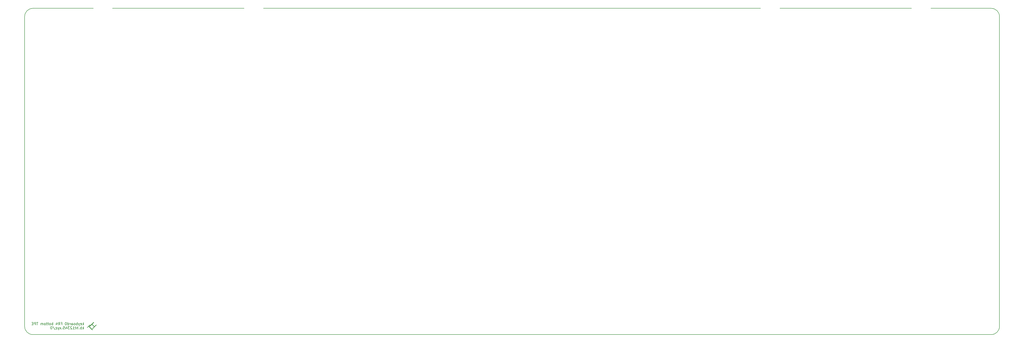
<source format=gbo>
%TF.GenerationSoftware,KiCad,Pcbnew,(6.0.0)*%
%TF.CreationDate,2022-03-05T22:59:03-05:00*%
%TF.ProjectId,custom_keyboard plate v3 bottom,63757374-6f6d-45f6-9b65-79626f617264,rev?*%
%TF.SameCoordinates,Original*%
%TF.FileFunction,Legend,Bot*%
%TF.FilePolarity,Positive*%
%FSLAX46Y46*%
G04 Gerber Fmt 4.6, Leading zero omitted, Abs format (unit mm)*
G04 Created by KiCad (PCBNEW (6.0.0)) date 2022-03-05 22:59:03*
%MOMM*%
%LPD*%
G01*
G04 APERTURE LIST*
%ADD10C,0.200000*%
%ADD11C,0.150000*%
%ADD12C,3.200000*%
%ADD13C,2.500000*%
%ADD14C,2.200000*%
G04 APERTURE END LIST*
D10*
X400818499Y-203980900D02*
X400818499Y-83338500D01*
X397643700Y-80163700D02*
X374124200Y-80163700D01*
D11*
X366624200Y-80163700D02*
X315374200Y-80163700D01*
D10*
X21429900Y-203980900D02*
G75*
G03*
X24604700Y-207155700I3174799J-1D01*
G01*
X397643700Y-207155699D02*
X24604700Y-207155700D01*
X21429900Y-83338500D02*
X21429900Y-203980900D01*
X397643700Y-207155699D02*
G75*
G03*
X400818500Y-203980899I1J3174799D01*
G01*
D11*
X307874200Y-80163700D02*
X114374200Y-80163700D01*
D10*
X48124200Y-80163700D02*
X24604701Y-80163700D01*
D11*
X106874200Y-80163700D02*
X55624200Y-80163700D01*
D10*
X24604700Y-80163700D02*
G75*
G03*
X21429900Y-83338500I-1J-3174799D01*
G01*
X400818499Y-83338500D02*
G75*
G03*
X397643699Y-80163700I-3174799J1D01*
G01*
D11*
X44379538Y-205020680D02*
X44379538Y-204020680D01*
X44284300Y-204639728D02*
X43998586Y-205020680D01*
X43998586Y-204354014D02*
X44379538Y-204734966D01*
X43570014Y-205020680D02*
X43570014Y-204020680D01*
X43570014Y-204401633D02*
X43474776Y-204354014D01*
X43284300Y-204354014D01*
X43189062Y-204401633D01*
X43141443Y-204449252D01*
X43093824Y-204544490D01*
X43093824Y-204830204D01*
X43141443Y-204925442D01*
X43189062Y-204973061D01*
X43284300Y-205020680D01*
X43474776Y-205020680D01*
X43570014Y-204973061D01*
X42665253Y-204925442D02*
X42617634Y-204973061D01*
X42665253Y-205020680D01*
X42712872Y-204973061D01*
X42665253Y-204925442D01*
X42665253Y-205020680D01*
X42189062Y-205020680D02*
X42189062Y-204020680D01*
X41760491Y-205020680D02*
X41760491Y-204496871D01*
X41808110Y-204401633D01*
X41903348Y-204354014D01*
X42046205Y-204354014D01*
X42141443Y-204401633D01*
X42189062Y-204449252D01*
X41427157Y-204354014D02*
X41046205Y-204354014D01*
X41284300Y-204020680D02*
X41284300Y-204877823D01*
X41236681Y-204973061D01*
X41141443Y-205020680D01*
X41046205Y-205020680D01*
X40189062Y-205020680D02*
X40760491Y-205020680D01*
X40474776Y-205020680D02*
X40474776Y-204020680D01*
X40570014Y-204163538D01*
X40665253Y-204258776D01*
X40760491Y-204306395D01*
X39808110Y-204115919D02*
X39760491Y-204068300D01*
X39665253Y-204020680D01*
X39427157Y-204020680D01*
X39331919Y-204068300D01*
X39284300Y-204115919D01*
X39236681Y-204211157D01*
X39236681Y-204306395D01*
X39284300Y-204449252D01*
X39855729Y-205020680D01*
X39236681Y-205020680D01*
X38903348Y-204020680D02*
X38284300Y-204020680D01*
X38617634Y-204401633D01*
X38474776Y-204401633D01*
X38379538Y-204449252D01*
X38331919Y-204496871D01*
X38284300Y-204592109D01*
X38284300Y-204830204D01*
X38331919Y-204925442D01*
X38379538Y-204973061D01*
X38474776Y-205020680D01*
X38760491Y-205020680D01*
X38855729Y-204973061D01*
X38903348Y-204925442D01*
X37427157Y-204354014D02*
X37427157Y-205020680D01*
X37665253Y-203973061D02*
X37903348Y-204687347D01*
X37284300Y-204687347D01*
X36427157Y-204020680D02*
X36903348Y-204020680D01*
X36950967Y-204496871D01*
X36903348Y-204449252D01*
X36808110Y-204401633D01*
X36570014Y-204401633D01*
X36474776Y-204449252D01*
X36427157Y-204496871D01*
X36379538Y-204592109D01*
X36379538Y-204830204D01*
X36427157Y-204925442D01*
X36474776Y-204973061D01*
X36570014Y-205020680D01*
X36808110Y-205020680D01*
X36903348Y-204973061D01*
X36950967Y-204925442D01*
X35950967Y-204925442D02*
X35903348Y-204973061D01*
X35950967Y-205020680D01*
X35998586Y-204973061D01*
X35950967Y-204925442D01*
X35950967Y-205020680D01*
X35570014Y-205020680D02*
X35046205Y-204354014D01*
X35570014Y-204354014D02*
X35046205Y-205020680D01*
X34760491Y-204354014D02*
X34522395Y-205020680D01*
X34284300Y-204354014D02*
X34522395Y-205020680D01*
X34617634Y-205258776D01*
X34665253Y-205306395D01*
X34760491Y-205354014D01*
X33998586Y-204354014D02*
X33474776Y-204354014D01*
X33998586Y-205020680D01*
X33474776Y-205020680D01*
X32379538Y-203973061D02*
X33236681Y-205258776D01*
X31855729Y-204020680D02*
X31760491Y-204020680D01*
X31665253Y-204068300D01*
X31617634Y-204115919D01*
X31570014Y-204211157D01*
X31522395Y-204401633D01*
X31522395Y-204639728D01*
X31570014Y-204830204D01*
X31617634Y-204925442D01*
X31665253Y-204973061D01*
X31760491Y-205020680D01*
X31855729Y-205020680D01*
X31950967Y-204973061D01*
X31998586Y-204925442D01*
X32046205Y-204830204D01*
X32093824Y-204639728D01*
X32093824Y-204401633D01*
X32046205Y-204211157D01*
X31998586Y-204115919D01*
X31950967Y-204068300D01*
X31855729Y-204020680D01*
X44379538Y-203433280D02*
X44379538Y-202433280D01*
X44284300Y-203052328D02*
X43998586Y-203433280D01*
X43998586Y-202766614D02*
X44379538Y-203147566D01*
X43189062Y-203385661D02*
X43284300Y-203433280D01*
X43474776Y-203433280D01*
X43570014Y-203385661D01*
X43617634Y-203290423D01*
X43617634Y-202909471D01*
X43570014Y-202814233D01*
X43474776Y-202766614D01*
X43284300Y-202766614D01*
X43189062Y-202814233D01*
X43141443Y-202909471D01*
X43141443Y-203004709D01*
X43617634Y-203099947D01*
X42808110Y-202766614D02*
X42570014Y-203433280D01*
X42331919Y-202766614D02*
X42570014Y-203433280D01*
X42665253Y-203671376D01*
X42712872Y-203718995D01*
X42808110Y-203766614D01*
X41950967Y-203433280D02*
X41950967Y-202433280D01*
X41950967Y-202814233D02*
X41855729Y-202766614D01*
X41665253Y-202766614D01*
X41570014Y-202814233D01*
X41522395Y-202861852D01*
X41474776Y-202957090D01*
X41474776Y-203242804D01*
X41522395Y-203338042D01*
X41570014Y-203385661D01*
X41665253Y-203433280D01*
X41855729Y-203433280D01*
X41950967Y-203385661D01*
X40903348Y-203433280D02*
X40998586Y-203385661D01*
X41046205Y-203338042D01*
X41093824Y-203242804D01*
X41093824Y-202957090D01*
X41046205Y-202861852D01*
X40998586Y-202814233D01*
X40903348Y-202766614D01*
X40760491Y-202766614D01*
X40665253Y-202814233D01*
X40617634Y-202861852D01*
X40570014Y-202957090D01*
X40570014Y-203242804D01*
X40617634Y-203338042D01*
X40665253Y-203385661D01*
X40760491Y-203433280D01*
X40903348Y-203433280D01*
X39712872Y-203433280D02*
X39712872Y-202909471D01*
X39760491Y-202814233D01*
X39855729Y-202766614D01*
X40046205Y-202766614D01*
X40141443Y-202814233D01*
X39712872Y-203385661D02*
X39808110Y-203433280D01*
X40046205Y-203433280D01*
X40141443Y-203385661D01*
X40189062Y-203290423D01*
X40189062Y-203195185D01*
X40141443Y-203099947D01*
X40046205Y-203052328D01*
X39808110Y-203052328D01*
X39712872Y-203004709D01*
X39236681Y-203433280D02*
X39236681Y-202766614D01*
X39236681Y-202957090D02*
X39189062Y-202861852D01*
X39141443Y-202814233D01*
X39046205Y-202766614D01*
X38950967Y-202766614D01*
X38189062Y-203433280D02*
X38189062Y-202433280D01*
X38189062Y-203385661D02*
X38284300Y-203433280D01*
X38474776Y-203433280D01*
X38570014Y-203385661D01*
X38617634Y-203338042D01*
X38665253Y-203242804D01*
X38665253Y-202957090D01*
X38617634Y-202861852D01*
X38570014Y-202814233D01*
X38474776Y-202766614D01*
X38284300Y-202766614D01*
X38189062Y-202814233D01*
X37522395Y-202433280D02*
X37427157Y-202433280D01*
X37331919Y-202480900D01*
X37284300Y-202528519D01*
X37236681Y-202623757D01*
X37189062Y-202814233D01*
X37189062Y-203052328D01*
X37236681Y-203242804D01*
X37284300Y-203338042D01*
X37331919Y-203385661D01*
X37427157Y-203433280D01*
X37522395Y-203433280D01*
X37617634Y-203385661D01*
X37665253Y-203338042D01*
X37712872Y-203242804D01*
X37760491Y-203052328D01*
X37760491Y-202814233D01*
X37712872Y-202623757D01*
X37665253Y-202528519D01*
X37617634Y-202480900D01*
X37522395Y-202433280D01*
X35665253Y-202909471D02*
X35998586Y-202909471D01*
X35998586Y-203433280D02*
X35998586Y-202433280D01*
X35522395Y-202433280D01*
X34570014Y-203433280D02*
X34903348Y-202957090D01*
X35141443Y-203433280D02*
X35141443Y-202433280D01*
X34760491Y-202433280D01*
X34665253Y-202480900D01*
X34617634Y-202528519D01*
X34570014Y-202623757D01*
X34570014Y-202766614D01*
X34617634Y-202861852D01*
X34665253Y-202909471D01*
X34760491Y-202957090D01*
X35141443Y-202957090D01*
X33712872Y-202766614D02*
X33712872Y-203433280D01*
X33950967Y-202385661D02*
X34189062Y-203099947D01*
X33570014Y-203099947D01*
X32427157Y-203433280D02*
X32427157Y-202433280D01*
X32427157Y-202814233D02*
X32331919Y-202766614D01*
X32141443Y-202766614D01*
X32046205Y-202814233D01*
X31998586Y-202861852D01*
X31950967Y-202957090D01*
X31950967Y-203242804D01*
X31998586Y-203338042D01*
X32046205Y-203385661D01*
X32141443Y-203433280D01*
X32331919Y-203433280D01*
X32427157Y-203385661D01*
X31379538Y-203433280D02*
X31474776Y-203385661D01*
X31522395Y-203338042D01*
X31570014Y-203242804D01*
X31570014Y-202957090D01*
X31522395Y-202861852D01*
X31474776Y-202814233D01*
X31379538Y-202766614D01*
X31236681Y-202766614D01*
X31141443Y-202814233D01*
X31093824Y-202861852D01*
X31046205Y-202957090D01*
X31046205Y-203242804D01*
X31093824Y-203338042D01*
X31141443Y-203385661D01*
X31236681Y-203433280D01*
X31379538Y-203433280D01*
X30760491Y-202766614D02*
X30379538Y-202766614D01*
X30617634Y-202433280D02*
X30617634Y-203290423D01*
X30570014Y-203385661D01*
X30474776Y-203433280D01*
X30379538Y-203433280D01*
X30189062Y-202766614D02*
X29808110Y-202766614D01*
X30046205Y-202433280D02*
X30046205Y-203290423D01*
X29998586Y-203385661D01*
X29903348Y-203433280D01*
X29808110Y-203433280D01*
X29331919Y-203433280D02*
X29427157Y-203385661D01*
X29474776Y-203338042D01*
X29522395Y-203242804D01*
X29522395Y-202957090D01*
X29474776Y-202861852D01*
X29427157Y-202814233D01*
X29331919Y-202766614D01*
X29189062Y-202766614D01*
X29093824Y-202814233D01*
X29046205Y-202861852D01*
X28998586Y-202957090D01*
X28998586Y-203242804D01*
X29046205Y-203338042D01*
X29093824Y-203385661D01*
X29189062Y-203433280D01*
X29331919Y-203433280D01*
X28570014Y-203433280D02*
X28570014Y-202766614D01*
X28570014Y-202861852D02*
X28522395Y-202814233D01*
X28427157Y-202766614D01*
X28284300Y-202766614D01*
X28189062Y-202814233D01*
X28141443Y-202909471D01*
X28141443Y-203433280D01*
X28141443Y-202909471D02*
X28093824Y-202814233D01*
X27998586Y-202766614D01*
X27855729Y-202766614D01*
X27760491Y-202814233D01*
X27712872Y-202909471D01*
X27712872Y-203433280D01*
X26617634Y-202433280D02*
X26046205Y-202433280D01*
X26331919Y-203433280D02*
X26331919Y-202433280D01*
X25712872Y-203433280D02*
X25712872Y-202433280D01*
X25331919Y-202433280D01*
X25236681Y-202480900D01*
X25189062Y-202528519D01*
X25141443Y-202623757D01*
X25141443Y-202766614D01*
X25189062Y-202861852D01*
X25236681Y-202909471D01*
X25331919Y-202957090D01*
X25712872Y-202957090D01*
X24712872Y-202909471D02*
X24379538Y-202909471D01*
X24236681Y-203433280D02*
X24712872Y-203433280D01*
X24712872Y-202433280D01*
X24236681Y-202433280D01*
%TO.C,logo_small*%
G36*
X46971905Y-203369931D02*
G01*
X46524759Y-203817077D01*
X47944249Y-205237890D01*
X47739196Y-205444265D01*
X46324999Y-204022129D01*
X45880499Y-204467952D01*
X45715134Y-204303910D01*
X46813155Y-203204567D01*
X46971905Y-203369931D01*
G37*
G36*
X48450926Y-202438598D02*
G01*
X47766978Y-203123869D01*
X48569988Y-203928202D01*
X49252613Y-203244254D01*
X49458988Y-203446660D01*
X47871488Y-205034160D01*
X47667759Y-204825140D01*
X48400655Y-204092244D01*
X47596321Y-203290556D01*
X46866071Y-204023452D01*
X46655728Y-203818400D01*
X48243228Y-202230900D01*
X48450926Y-202438598D01*
G37*
%TD*%
%LPC*%
D12*
%TO.C,M3*%
X196624200Y-76195200D03*
%TD*%
%TO.C,M3*%
X17461400Y-211124200D03*
%TD*%
D13*
%TO.C,M2.5*%
X271124200Y-95413700D03*
%TD*%
D12*
%TO.C,M3*%
X157624200Y-76195200D03*
%TD*%
D13*
%TO.C,M2.5*%
X94124200Y-83413700D03*
%TD*%
D12*
%TO.C,M3*%
X301606000Y-76195200D03*
%TD*%
D13*
%TO.C,M2.5*%
X151124200Y-83413700D03*
%TD*%
D12*
%TO.C,M3*%
X404787000Y-76195200D03*
%TD*%
D13*
%TO.C,M2.5*%
X197124200Y-83413700D03*
%TD*%
D12*
%TO.C,M3*%
X358124200Y-76195200D03*
%TD*%
D13*
%TO.C,M2.5*%
X94124200Y-95413700D03*
%TD*%
%TO.C,M2.5*%
X397568500Y-104132200D03*
%TD*%
D14*
%TO.C,M2*%
X218124200Y-82413700D03*
%TD*%
D13*
%TO.C,M2.5*%
X225124200Y-83413700D03*
%TD*%
%TO.C,M2.5*%
X197124200Y-115413700D03*
%TD*%
%TO.C,M2.5*%
X352124200Y-83413700D03*
%TD*%
%TO.C,M2.5*%
X127124200Y-83413700D03*
%TD*%
D12*
%TO.C,M3*%
X120624200Y-211124200D03*
%TD*%
D13*
%TO.C,M2.5*%
X70124200Y-95413700D03*
%TD*%
D12*
%TO.C,M3*%
X17398400Y-134632200D03*
%TD*%
D13*
%TO.C,M2.5*%
X238124200Y-83413700D03*
%TD*%
%TO.C,M2.5*%
X36679901Y-104132200D03*
%TD*%
%TO.C,M2.5*%
X24679901Y-128132200D03*
%TD*%
D14*
%TO.C,M2*%
X204124200Y-82413700D03*
%TD*%
D13*
%TO.C,M2.5*%
X328124200Y-95413700D03*
%TD*%
D14*
%TO.C,M2*%
X218124200Y-94913700D03*
%TD*%
D13*
%TO.C,M2.5*%
X238124200Y-115413700D03*
%TD*%
D12*
%TO.C,M3*%
X404787000Y-211124200D03*
%TD*%
%TO.C,M3*%
X120642400Y-76195200D03*
%TD*%
D13*
%TO.C,M2.5*%
X70124200Y-83413700D03*
%TD*%
D12*
%TO.C,M3*%
X100624200Y-76195200D03*
%TD*%
%TO.C,M3*%
X264624200Y-76195200D03*
%TD*%
D13*
%TO.C,M2.5*%
X151124200Y-95413700D03*
%TD*%
D12*
%TO.C,M3*%
X404787000Y-134632200D03*
%TD*%
D13*
%TO.C,M2.5*%
X295124200Y-95413700D03*
%TD*%
%TO.C,M2.5*%
X328124200Y-83413700D03*
%TD*%
D12*
%TO.C,M3*%
X17461400Y-76195200D03*
%TD*%
D13*
%TO.C,M2.5*%
X24679901Y-104132200D03*
%TD*%
D12*
%TO.C,M3*%
X225624200Y-76195200D03*
%TD*%
D13*
%TO.C,M2.5*%
X36679901Y-128132200D03*
%TD*%
%TO.C,M2.5*%
X271124200Y-83413700D03*
%TD*%
%TO.C,M2.5*%
X184124200Y-115413700D03*
%TD*%
D12*
%TO.C,M3*%
X64124200Y-76195200D03*
%TD*%
%TO.C,M3*%
X404787000Y-97625100D03*
%TD*%
D13*
%TO.C,M2.5*%
X385568500Y-104132200D03*
%TD*%
%TO.C,M2.5*%
X385568500Y-128132200D03*
%TD*%
D12*
%TO.C,M3*%
X17429900Y-97632200D03*
%TD*%
%TO.C,M3*%
X301624200Y-211124200D03*
%TD*%
D13*
%TO.C,M2.5*%
X295124200Y-83413700D03*
%TD*%
%TO.C,M2.5*%
X184124200Y-83413700D03*
%TD*%
%TO.C,M2.5*%
X225124200Y-115413700D03*
%TD*%
D12*
%TO.C,M3*%
X321624200Y-76195200D03*
%TD*%
D13*
%TO.C,M2.5*%
X127124200Y-95413700D03*
%TD*%
D14*
%TO.C,M2*%
X204124200Y-94913700D03*
%TD*%
D13*
%TO.C,M2.5*%
X397568500Y-128132200D03*
%TD*%
%TO.C,M2.5*%
X352124200Y-95413700D03*
%TD*%
M02*

</source>
